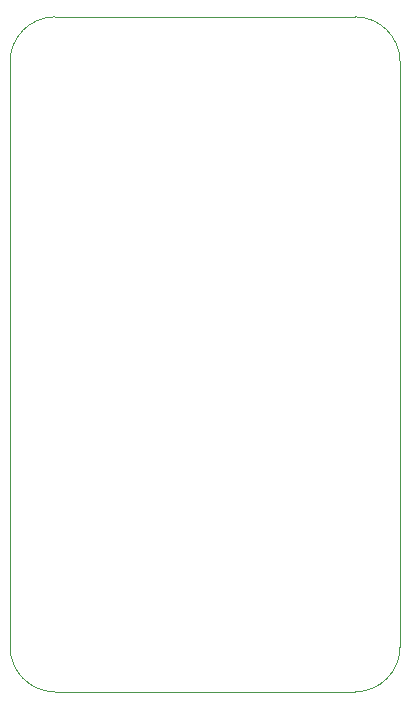
<source format=gbr>
G04 #@! TF.GenerationSoftware,KiCad,Pcbnew,(5.1.4-0-10_14)*
G04 #@! TF.CreationDate,2019-09-21T10:22:50-07:00*
G04 #@! TF.ProjectId,9A_9AJ_Heater_Helper,39415f39-414a-45f4-9865-617465725f48,1.0*
G04 #@! TF.SameCoordinates,Original*
G04 #@! TF.FileFunction,Profile,NP*
%FSLAX46Y46*%
G04 Gerber Fmt 4.6, Leading zero omitted, Abs format (unit mm)*
G04 Created by KiCad (PCBNEW (5.1.4-0-10_14)) date 2019-09-21 10:22:50*
%MOMM*%
%LPD*%
G04 APERTURE LIST*
%ADD10C,0.050000*%
G04 APERTURE END LIST*
D10*
X154940000Y-68580000D02*
X129540000Y-68580000D01*
X158750000Y-121920000D02*
X158750000Y-72390000D01*
X129540000Y-125730000D02*
X154940000Y-125730000D01*
X125730000Y-72390000D02*
X125730000Y-121920000D01*
X125730000Y-72390000D02*
G75*
G02X129540000Y-68580000I3810000J0D01*
G01*
X129540000Y-125730000D02*
G75*
G02X125730000Y-121920000I0J3810000D01*
G01*
X158750000Y-121920000D02*
G75*
G02X154940000Y-125730000I-3810000J0D01*
G01*
X154940000Y-68580000D02*
G75*
G02X158750000Y-72390000I0J-3810000D01*
G01*
M02*

</source>
